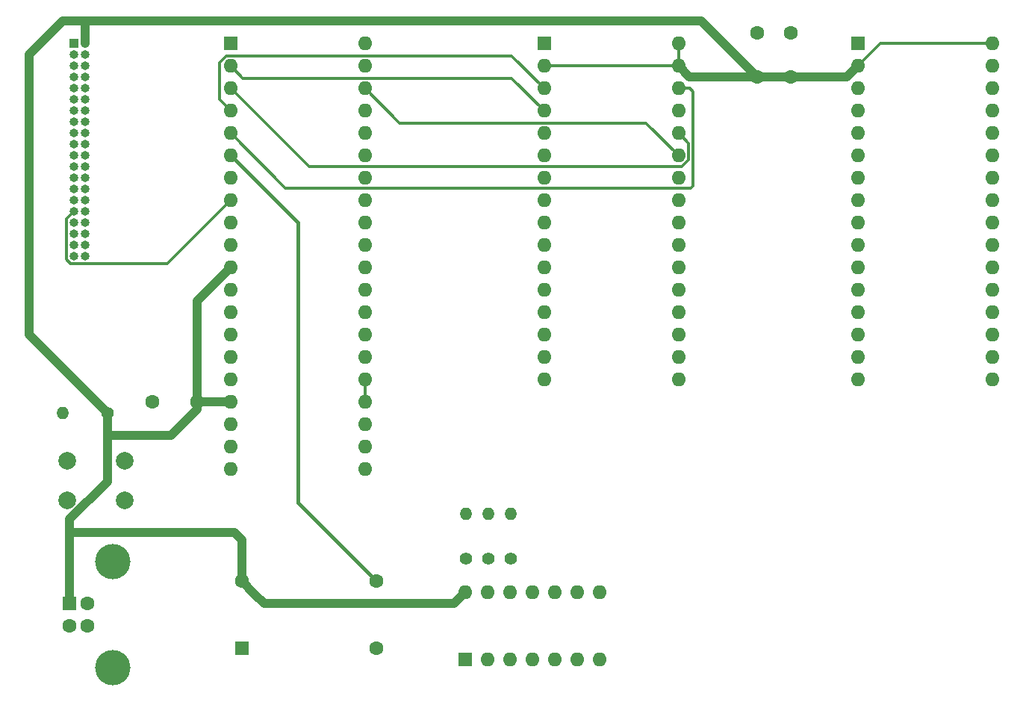
<source format=gbr>
%TF.GenerationSoftware,KiCad,Pcbnew,6.0.0*%
%TF.CreationDate,2022-01-05T13:28:49+01:00*%
%TF.ProjectId,glycon,676c7963-6f6e-42e6-9b69-6361645f7063,rev?*%
%TF.SameCoordinates,Original*%
%TF.FileFunction,Copper,L4,Bot*%
%TF.FilePolarity,Positive*%
%FSLAX46Y46*%
G04 Gerber Fmt 4.6, Leading zero omitted, Abs format (unit mm)*
G04 Created by KiCad (PCBNEW 6.0.0) date 2022-01-05 13:28:49*
%MOMM*%
%LPD*%
G01*
G04 APERTURE LIST*
%TA.AperFunction,ComponentPad*%
%ADD10C,1.400000*%
%TD*%
%TA.AperFunction,ComponentPad*%
%ADD11O,1.400000X1.400000*%
%TD*%
%TA.AperFunction,ComponentPad*%
%ADD12R,1.600000X1.600000*%
%TD*%
%TA.AperFunction,ComponentPad*%
%ADD13O,1.600000X1.600000*%
%TD*%
%TA.AperFunction,ComponentPad*%
%ADD14C,1.600000*%
%TD*%
%TA.AperFunction,ComponentPad*%
%ADD15C,2.000000*%
%TD*%
%TA.AperFunction,ComponentPad*%
%ADD16C,4.000000*%
%TD*%
%TA.AperFunction,ComponentPad*%
%ADD17R,1.000000X1.000000*%
%TD*%
%TA.AperFunction,ComponentPad*%
%ADD18O,1.000000X1.000000*%
%TD*%
%TA.AperFunction,Conductor*%
%ADD19C,0.300000*%
%TD*%
%TA.AperFunction,Conductor*%
%ADD20C,1.000000*%
%TD*%
%TA.AperFunction,Conductor*%
%ADD21C,0.400000*%
%TD*%
G04 APERTURE END LIST*
D10*
%TO.P,R2,1*%
%TO.N,Net-(R2-Pad1)*%
X95250000Y-132080000D03*
D11*
%TO.P,R2,2*%
%TO.N,Earth*%
X95250000Y-127000000D03*
%TD*%
D10*
%TO.P,R4,1*%
%TO.N,Net-(R4-Pad1)*%
X100330000Y-132080000D03*
D11*
%TO.P,R4,2*%
%TO.N,Earth*%
X100330000Y-127000000D03*
%TD*%
D12*
%TO.P,U1,1,NC*%
%TO.N,unconnected-(U1-Pad1)*%
X104140000Y-73660000D03*
D13*
%TO.P,U1,2,A16*%
%TO.N,VCC*%
X104140000Y-76200000D03*
%TO.P,U1,3,A14*%
%TO.N,/A14*%
X104140000Y-78740000D03*
%TO.P,U1,4,A12*%
%TO.N,/A12*%
X104140000Y-81280000D03*
%TO.P,U1,5,A7*%
%TO.N,/A7*%
X104140000Y-83820000D03*
%TO.P,U1,6,A6*%
%TO.N,/A6*%
X104140000Y-86360000D03*
%TO.P,U1,7,A5*%
%TO.N,/A5*%
X104140000Y-88900000D03*
%TO.P,U1,8,A4*%
%TO.N,/A4*%
X104140000Y-91440000D03*
%TO.P,U1,9,A3*%
%TO.N,/A3*%
X104140000Y-93980000D03*
%TO.P,U1,10,A2*%
%TO.N,/A2*%
X104140000Y-96520000D03*
%TO.P,U1,11,A1*%
%TO.N,/A1*%
X104140000Y-99060000D03*
%TO.P,U1,12,A0*%
%TO.N,/A0*%
X104140000Y-101600000D03*
%TO.P,U1,13,Q0*%
%TO.N,/D0*%
X104140000Y-104140000D03*
%TO.P,U1,14,Q1*%
%TO.N,/D1*%
X104140000Y-106680000D03*
%TO.P,U1,15,Q2*%
%TO.N,/D2*%
X104140000Y-109220000D03*
%TO.P,U1,16,GND*%
%TO.N,Earth*%
X104140000Y-111760000D03*
%TO.P,U1,17,Q3*%
%TO.N,/D3*%
X119380000Y-111760000D03*
%TO.P,U1,18,Q4*%
%TO.N,/D4*%
X119380000Y-109220000D03*
%TO.P,U1,19,Q5*%
%TO.N,/D5*%
X119380000Y-106680000D03*
%TO.P,U1,20,Q6*%
%TO.N,/D6*%
X119380000Y-104140000D03*
%TO.P,U1,21,Q7*%
%TO.N,/D7*%
X119380000Y-101600000D03*
%TO.P,U1,22,~{CS1}*%
%TO.N,Earth*%
X119380000Y-99060000D03*
%TO.P,U1,23,A10*%
%TO.N,/A10*%
X119380000Y-96520000D03*
%TO.P,U1,24,~{OE}*%
%TO.N,Net-(U1-Pad24)*%
X119380000Y-93980000D03*
%TO.P,U1,25,A11*%
%TO.N,/A11*%
X119380000Y-91440000D03*
%TO.P,U1,26,A9*%
%TO.N,/A9*%
X119380000Y-88900000D03*
%TO.P,U1,27,A8*%
%TO.N,/A8*%
X119380000Y-86360000D03*
%TO.P,U1,28,A13*%
%TO.N,/A13*%
X119380000Y-83820000D03*
%TO.P,U1,29,~{WE}*%
%TO.N,Net-(U1-Pad29)*%
X119380000Y-81280000D03*
%TO.P,U1,30,CS2*%
%TO.N,Net-(J1-Pad34)*%
X119380000Y-78740000D03*
%TO.P,U1,31,A15*%
%TO.N,VCC*%
X119380000Y-76200000D03*
%TO.P,U1,32,VCC*%
X119380000Y-73660000D03*
%TD*%
D12*
%TO.P,X1,1,NC*%
%TO.N,unconnected-(X1-Pad1)*%
X69850000Y-142230000D03*
D14*
%TO.P,X1,7,GND*%
%TO.N,Earth*%
X85090000Y-142230000D03*
%TO.P,X1,8,OUT*%
%TO.N,Net-(U0-Pad6)*%
X85090000Y-134610000D03*
%TO.P,X1,14,Vcc*%
%TO.N,VCC*%
X69850000Y-134610000D03*
%TD*%
D15*
%TO.P,SW1,1,1*%
%TO.N,Earth*%
X50090000Y-120940000D03*
X56590000Y-120940000D03*
%TO.P,SW1,2,2*%
%TO.N,Net-(R1-Pad2)*%
X56590000Y-125440000D03*
X50090000Y-125440000D03*
%TD*%
D12*
%TO.P,J2,1,VBUS*%
%TO.N,VCC*%
X50362500Y-137180000D03*
D14*
%TO.P,J2,2,D-*%
%TO.N,unconnected-(J2-Pad2)*%
X50362500Y-139680000D03*
%TO.P,J2,3,D+*%
%TO.N,unconnected-(J2-Pad3)*%
X52362500Y-139680000D03*
%TO.P,J2,4,GND*%
%TO.N,Earth*%
X52362500Y-137180000D03*
D16*
%TO.P,J2,5,Shield*%
X55222500Y-132430000D03*
X55222500Y-144430000D03*
%TD*%
D17*
%TO.P,J1,1,Pin_1*%
%TO.N,/ROM WE*%
X50800000Y-73660000D03*
D18*
%TO.P,J1,2,Pin_2*%
%TO.N,VCC*%
X52070000Y-73660000D03*
%TO.P,J1,3,Pin_3*%
%TO.N,unconnected-(J1-Pad3)*%
X50800000Y-74930000D03*
%TO.P,J1,4,Pin_4*%
%TO.N,/A14*%
X52070000Y-74930000D03*
%TO.P,J1,5,Pin_5*%
%TO.N,unconnected-(J1-Pad5)*%
X50800000Y-76200000D03*
%TO.P,J1,6,Pin_6*%
%TO.N,/A13*%
X52070000Y-76200000D03*
%TO.P,J1,7,Pin_7*%
%TO.N,unconnected-(J1-Pad7)*%
X50800000Y-77470000D03*
%TO.P,J1,8,Pin_8*%
%TO.N,/A12*%
X52070000Y-77470000D03*
%TO.P,J1,9,Pin_9*%
%TO.N,unconnected-(J1-Pad9)*%
X50800000Y-78740000D03*
%TO.P,J1,10,Pin_10*%
%TO.N,/A11*%
X52070000Y-78740000D03*
%TO.P,J1,11,Pin_11*%
%TO.N,unconnected-(J1-Pad11)*%
X50800000Y-80010000D03*
%TO.P,J1,12,Pin_12*%
%TO.N,/A10*%
X52070000Y-80010000D03*
%TO.P,J1,13,Pin_13*%
%TO.N,unconnected-(J1-Pad13)*%
X50800000Y-81280000D03*
%TO.P,J1,14,Pin_14*%
%TO.N,/A9*%
X52070000Y-81280000D03*
%TO.P,J1,15,Pin_15*%
%TO.N,unconnected-(J1-Pad15)*%
X50800000Y-82550000D03*
%TO.P,J1,16,Pin_16*%
%TO.N,/A8*%
X52070000Y-82550000D03*
%TO.P,J1,17,Pin_17*%
%TO.N,unconnected-(J1-Pad17)*%
X50800000Y-83820000D03*
%TO.P,J1,18,Pin_18*%
%TO.N,/A7*%
X52070000Y-83820000D03*
%TO.P,J1,19,Pin_19*%
%TO.N,unconnected-(J1-Pad19)*%
X50800000Y-85090000D03*
%TO.P,J1,20,Pin_20*%
%TO.N,/A6*%
X52070000Y-85090000D03*
%TO.P,J1,21,Pin_21*%
%TO.N,/RAM WE*%
X50800000Y-86360000D03*
%TO.P,J1,22,Pin_22*%
%TO.N,/A5*%
X52070000Y-86360000D03*
%TO.P,J1,23,Pin_23*%
%TO.N,/D7*%
X50800000Y-87630000D03*
%TO.P,J1,24,Pin_24*%
%TO.N,/A4*%
X52070000Y-87630000D03*
%TO.P,J1,25,Pin_25*%
%TO.N,/D6*%
X50800000Y-88900000D03*
%TO.P,J1,26,Pin_26*%
%TO.N,/A3*%
X52070000Y-88900000D03*
%TO.P,J1,27,Pin_27*%
%TO.N,/D5*%
X50800000Y-90170000D03*
%TO.P,J1,28,Pin_28*%
%TO.N,/A2*%
X52070000Y-90170000D03*
%TO.P,J1,29,Pin_29*%
%TO.N,/D4*%
X50800000Y-91440000D03*
%TO.P,J1,30,Pin_30*%
%TO.N,/A1*%
X52070000Y-91440000D03*
%TO.P,J1,31,Pin_31*%
%TO.N,/D3*%
X50800000Y-92710000D03*
%TO.P,J1,32,Pin_32*%
%TO.N,/A0*%
X52070000Y-92710000D03*
%TO.P,J1,33,Pin_33*%
%TO.N,/D2*%
X50800000Y-93980000D03*
%TO.P,J1,34,Pin_34*%
%TO.N,Net-(J1-Pad34)*%
X52070000Y-93980000D03*
%TO.P,J1,35,Pin_35*%
%TO.N,/D1*%
X50800000Y-95250000D03*
%TO.P,J1,36,Pin_36*%
%TO.N,unconnected-(J1-Pad36)*%
X52070000Y-95250000D03*
%TO.P,J1,37,Pin_37*%
%TO.N,/D0*%
X50800000Y-96520000D03*
%TO.P,J1,38,Pin_38*%
%TO.N,unconnected-(J1-Pad38)*%
X52070000Y-96520000D03*
%TO.P,J1,39,Pin_39*%
%TO.N,Earth*%
X50800000Y-97790000D03*
%TO.P,J1,40,Pin_40*%
%TO.N,unconnected-(J1-Pad40)*%
X52070000Y-97790000D03*
%TD*%
D14*
%TO.P,C1,1*%
%TO.N,VCC*%
X64770000Y-114300000D03*
%TO.P,C1,2*%
%TO.N,Earth*%
X59770000Y-114300000D03*
%TD*%
D12*
%TO.P,U3,1*%
%TO.N,Net-(R4-Pad1)*%
X95245000Y-143500000D03*
D13*
%TO.P,U3,2*%
%TO.N,Net-(R2-Pad1)*%
X97785000Y-143500000D03*
%TO.P,U3,3*%
%TO.N,Net-(U1-Pad24)*%
X100325000Y-143500000D03*
%TO.P,U3,4*%
%TO.N,N/C*%
X102865000Y-143500000D03*
%TO.P,U3,5*%
X105405000Y-143500000D03*
%TO.P,U3,6*%
X107945000Y-143500000D03*
%TO.P,U3,7,Gnd*%
%TO.N,Earth*%
X110485000Y-143500000D03*
%TO.P,U3,8*%
%TO.N,Net-(U1-Pad29)*%
X110485000Y-135880000D03*
%TO.P,U3,9*%
%TO.N,/RAM WE*%
X107945000Y-135880000D03*
%TO.P,U3,10*%
%TO.N,Net-(U3-Pad10)*%
X105405000Y-135880000D03*
%TO.P,U3,11*%
X102865000Y-135880000D03*
%TO.P,U3,12*%
%TO.N,Net-(R4-Pad1)*%
X100325000Y-135880000D03*
%TO.P,U3,13*%
%TO.N,Net-(R3-Pad1)*%
X97785000Y-135880000D03*
%TO.P,U3,14,Vcc*%
%TO.N,VCC*%
X95245000Y-135880000D03*
%TD*%
D14*
%TO.P,C2,1*%
%TO.N,VCC*%
X128270000Y-77430000D03*
%TO.P,C2,2*%
%TO.N,Earth*%
X128270000Y-72430000D03*
%TD*%
D12*
%TO.P,U0,1,A11*%
%TO.N,/A11*%
X68580000Y-73660000D03*
D13*
%TO.P,U0,2,A12*%
%TO.N,/A12*%
X68580000Y-76200000D03*
%TO.P,U0,3,A13*%
%TO.N,/A13*%
X68580000Y-78740000D03*
%TO.P,U0,4,A14*%
%TO.N,/A14*%
X68580000Y-81280000D03*
%TO.P,U0,5,A15*%
%TO.N,Net-(J1-Pad34)*%
X68580000Y-83820000D03*
%TO.P,U0,6,~{CLK}*%
%TO.N,Net-(U0-Pad6)*%
X68580000Y-86360000D03*
%TO.P,U0,7,D4*%
%TO.N,/D4*%
X68580000Y-88900000D03*
%TO.P,U0,8,D3*%
%TO.N,/D3*%
X68580000Y-91440000D03*
%TO.P,U0,9,D5*%
%TO.N,/D5*%
X68580000Y-93980000D03*
%TO.P,U0,10,D6*%
%TO.N,/D6*%
X68580000Y-96520000D03*
%TO.P,U0,11,VCC*%
%TO.N,VCC*%
X68580000Y-99060000D03*
%TO.P,U0,12,D2*%
%TO.N,/D2*%
X68580000Y-101600000D03*
%TO.P,U0,13,D7*%
%TO.N,/D7*%
X68580000Y-104140000D03*
%TO.P,U0,14,D0*%
%TO.N,/D0*%
X68580000Y-106680000D03*
%TO.P,U0,15,D1*%
%TO.N,/D1*%
X68580000Y-109220000D03*
%TO.P,U0,16,~{INT}*%
%TO.N,unconnected-(U0-Pad16)*%
X68580000Y-111760000D03*
%TO.P,U0,17,~{NMI}*%
%TO.N,VCC*%
X68580000Y-114300000D03*
%TO.P,U0,18,~{HALT}*%
%TO.N,unconnected-(U0-Pad18)*%
X68580000Y-116840000D03*
%TO.P,U0,19,~{MREQ}*%
%TO.N,Net-(R3-Pad1)*%
X68580000Y-119380000D03*
%TO.P,U0,20,~{IORQ}*%
%TO.N,unconnected-(U0-Pad20)*%
X68580000Y-121920000D03*
%TO.P,U0,21,~{RD}*%
%TO.N,Net-(R2-Pad1)*%
X83820000Y-121920000D03*
%TO.P,U0,22,~{WR}*%
%TO.N,Net-(R4-Pad1)*%
X83820000Y-119380000D03*
%TO.P,U0,23,~{BUSACK}*%
%TO.N,unconnected-(U0-Pad23)*%
X83820000Y-116840000D03*
%TO.P,U0,24,~{WAIT}*%
%TO.N,VCC*%
X83820000Y-114300000D03*
%TO.P,U0,25,~{BUSRQ}*%
X83820000Y-111760000D03*
%TO.P,U0,26,~{RESET}*%
%TO.N,Net-(R1-Pad2)*%
X83820000Y-109220000D03*
%TO.P,U0,27,~{M1}*%
%TO.N,unconnected-(U0-Pad27)*%
X83820000Y-106680000D03*
%TO.P,U0,28,~{RFSH}*%
%TO.N,unconnected-(U0-Pad28)*%
X83820000Y-104140000D03*
%TO.P,U0,29,GND*%
%TO.N,Earth*%
X83820000Y-101600000D03*
%TO.P,U0,30,A0*%
%TO.N,/A0*%
X83820000Y-99060000D03*
%TO.P,U0,31,A1*%
%TO.N,/A1*%
X83820000Y-96520000D03*
%TO.P,U0,32,A2*%
%TO.N,/A2*%
X83820000Y-93980000D03*
%TO.P,U0,33,A3*%
%TO.N,/A3*%
X83820000Y-91440000D03*
%TO.P,U0,34,A4*%
%TO.N,/A4*%
X83820000Y-88900000D03*
%TO.P,U0,35,A5*%
%TO.N,/A5*%
X83820000Y-86360000D03*
%TO.P,U0,36,A6*%
%TO.N,/A6*%
X83820000Y-83820000D03*
%TO.P,U0,37,A7*%
%TO.N,/A7*%
X83820000Y-81280000D03*
%TO.P,U0,38,A8*%
%TO.N,/A8*%
X83820000Y-78740000D03*
%TO.P,U0,39,A9*%
%TO.N,/A9*%
X83820000Y-76200000D03*
%TO.P,U0,40,A10*%
%TO.N,/A10*%
X83820000Y-73660000D03*
%TD*%
D12*
%TO.P,U2,1,NC*%
%TO.N,unconnected-(U2-Pad1)*%
X139700000Y-73660000D03*
D13*
%TO.P,U2,2,A16*%
%TO.N,VCC*%
X139700000Y-76200000D03*
%TO.P,U2,3,A15*%
X139700000Y-78740000D03*
%TO.P,U2,4,A12*%
%TO.N,/A12*%
X139700000Y-81280000D03*
%TO.P,U2,5,A7*%
%TO.N,/A7*%
X139700000Y-83820000D03*
%TO.P,U2,6,A6*%
%TO.N,/A6*%
X139700000Y-86360000D03*
%TO.P,U2,7,A5*%
%TO.N,/A5*%
X139700000Y-88900000D03*
%TO.P,U2,8,A4*%
%TO.N,/A4*%
X139700000Y-91440000D03*
%TO.P,U2,9,A3*%
%TO.N,/A3*%
X139700000Y-93980000D03*
%TO.P,U2,10,A2*%
%TO.N,/A2*%
X139700000Y-96520000D03*
%TO.P,U2,11,A1*%
%TO.N,/A1*%
X139700000Y-99060000D03*
%TO.P,U2,12,A0*%
%TO.N,/A0*%
X139700000Y-101600000D03*
%TO.P,U2,13,D0*%
%TO.N,/D0*%
X139700000Y-104140000D03*
%TO.P,U2,14,D1*%
%TO.N,/D1*%
X139700000Y-106680000D03*
%TO.P,U2,15,D2*%
%TO.N,/D2*%
X139700000Y-109220000D03*
%TO.P,U2,16,GND*%
%TO.N,Earth*%
X139700000Y-111760000D03*
%TO.P,U2,17,D3*%
%TO.N,/D3*%
X154940000Y-111760000D03*
%TO.P,U2,18,D4*%
%TO.N,/D4*%
X154940000Y-109220000D03*
%TO.P,U2,19,D5*%
%TO.N,/D5*%
X154940000Y-106680000D03*
%TO.P,U2,20,D6*%
%TO.N,/D6*%
X154940000Y-104140000D03*
%TO.P,U2,21,D7*%
%TO.N,/D7*%
X154940000Y-101600000D03*
%TO.P,U2,22,CE*%
%TO.N,Net-(J1-Pad34)*%
X154940000Y-99060000D03*
%TO.P,U2,23,A10*%
%TO.N,/A10*%
X154940000Y-96520000D03*
%TO.P,U2,24,OE*%
%TO.N,Net-(U1-Pad24)*%
X154940000Y-93980000D03*
%TO.P,U2,25,A11*%
%TO.N,/A11*%
X154940000Y-91440000D03*
%TO.P,U2,26,A9*%
%TO.N,/A9*%
X154940000Y-88900000D03*
%TO.P,U2,27,A8*%
%TO.N,/A8*%
X154940000Y-86360000D03*
%TO.P,U2,28,A13*%
%TO.N,/A13*%
X154940000Y-83820000D03*
%TO.P,U2,29,A14*%
%TO.N,/A14*%
X154940000Y-81280000D03*
%TO.P,U2,30,NC*%
%TO.N,unconnected-(U2-Pad30)*%
X154940000Y-78740000D03*
%TO.P,U2,31,PGM*%
%TO.N,/ROM WE*%
X154940000Y-76200000D03*
%TO.P,U2,32,VCC*%
%TO.N,VCC*%
X154940000Y-73660000D03*
%TD*%
D14*
%TO.P,C3,1*%
%TO.N,VCC*%
X132080000Y-77430000D03*
%TO.P,C3,2*%
%TO.N,Earth*%
X132080000Y-72430000D03*
%TD*%
D10*
%TO.P,R1,1*%
%TO.N,VCC*%
X54610000Y-115570000D03*
D11*
%TO.P,R1,2*%
%TO.N,Net-(R1-Pad2)*%
X49530000Y-115570000D03*
%TD*%
D10*
%TO.P,R3,1*%
%TO.N,Net-(R3-Pad1)*%
X97790000Y-132080000D03*
D11*
%TO.P,R3,2*%
%TO.N,Earth*%
X97790000Y-127000000D03*
%TD*%
D19*
%TO.N,/D3*%
X50448120Y-98639511D02*
X61380489Y-98639511D01*
X49950489Y-93559511D02*
X49950489Y-98141880D01*
X49950489Y-98141880D02*
X50448120Y-98639511D01*
X50800000Y-92710000D02*
X49950489Y-93559511D01*
X61380489Y-98639511D02*
X68580000Y-91440000D01*
%TO.N,/A14*%
X100450489Y-75050489D02*
X68103856Y-75050489D01*
X67310000Y-75844345D02*
X67310000Y-80010000D01*
X67310000Y-80010000D02*
X68580000Y-81280000D01*
X68103856Y-75050489D02*
X67310000Y-75844345D01*
X104140000Y-78740000D02*
X100450489Y-75050489D01*
%TO.N,/A13*%
X119735655Y-87630000D02*
X77470000Y-87630000D01*
X120529511Y-84969511D02*
X120529511Y-86836144D01*
X119380000Y-83820000D02*
X120529511Y-84969511D01*
X120529511Y-86836144D02*
X119735655Y-87630000D01*
X77470000Y-87630000D02*
X68580000Y-78740000D01*
%TO.N,/A12*%
X69970489Y-77590489D02*
X68580000Y-76200000D01*
X100450489Y-77590489D02*
X69970489Y-77590489D01*
X104140000Y-81280000D02*
X100450489Y-77590489D01*
%TO.N,/A8*%
X87750489Y-82670489D02*
X83820000Y-78740000D01*
X119380000Y-86360000D02*
X115690489Y-82670489D01*
X115690489Y-82670489D02*
X87750489Y-82670489D01*
D20*
%TO.N,VCC*%
X45720000Y-74930000D02*
X45720000Y-106680000D01*
X93965000Y-137160000D02*
X95245000Y-135880000D01*
X128270000Y-77430000D02*
X132080000Y-77430000D01*
X72390000Y-137160000D02*
X93965000Y-137160000D01*
X69850000Y-134610000D02*
X69850000Y-129935000D01*
X45720000Y-106680000D02*
X54610000Y-115570000D01*
X54610000Y-123323473D02*
X54610000Y-118110000D01*
X52070000Y-71120000D02*
X49530000Y-71120000D01*
X121960000Y-71120000D02*
X52070000Y-71120000D01*
X71349511Y-136119511D02*
X72390000Y-137160000D01*
X54610000Y-118110000D02*
X54610000Y-115570000D01*
X64770000Y-114300000D02*
X64770000Y-115163473D01*
X64770000Y-114300000D02*
X68580000Y-114300000D01*
D19*
X83820000Y-111760000D02*
X83820000Y-114300000D01*
D20*
X132080000Y-77430000D02*
X138470000Y-77430000D01*
X61823473Y-118110000D02*
X54610000Y-118110000D01*
X69850000Y-129935000D02*
X69017500Y-129102500D01*
D19*
X119380000Y-76200000D02*
X104140000Y-76200000D01*
D20*
X64770000Y-102870000D02*
X64770000Y-114300000D01*
X71349511Y-136109511D02*
X71349511Y-136119511D01*
X49530000Y-71120000D02*
X45720000Y-74930000D01*
X128270000Y-77430000D02*
X121960000Y-71120000D01*
X64770000Y-115163473D02*
X61823473Y-118110000D01*
D19*
X119380000Y-73660000D02*
X119380000Y-76200000D01*
D20*
X69850000Y-134610000D02*
X71349511Y-136109511D01*
X68580000Y-99060000D02*
X64770000Y-102870000D01*
X50362500Y-127570973D02*
X54610000Y-123323473D01*
X120610000Y-77430000D02*
X119380000Y-76200000D01*
X52070000Y-71120000D02*
X52070000Y-73660000D01*
X138470000Y-77430000D02*
X139700000Y-76200000D01*
X50362500Y-137180000D02*
X50362500Y-129102500D01*
X128270000Y-77430000D02*
X120610000Y-77430000D01*
X69017500Y-129102500D02*
X50362500Y-129102500D01*
D19*
X154940000Y-73660000D02*
X142240000Y-73660000D01*
D20*
X50362500Y-129102500D02*
X50362500Y-127570973D01*
D19*
X142240000Y-73660000D02*
X139700000Y-76200000D01*
D21*
%TO.N,Net-(U0-Pad6)*%
X85090000Y-134610000D02*
X76200000Y-125720000D01*
X76200000Y-125720000D02*
X76200000Y-93980000D01*
X76200000Y-93980000D02*
X68580000Y-86360000D01*
D19*
%TO.N,Net-(J1-Pad34)*%
X121029030Y-79119030D02*
X120650000Y-78740000D01*
X121029030Y-89790970D02*
X121029030Y-79119030D01*
X120650000Y-78740000D02*
X119380000Y-78740000D01*
X74809511Y-90049511D02*
X120770489Y-90049511D01*
X68580000Y-83820000D02*
X74809511Y-90049511D01*
X120770489Y-90049511D02*
X121029030Y-89790970D01*
%TD*%
M02*

</source>
